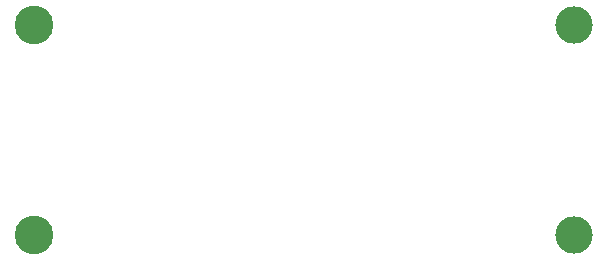
<source format=gbr>
%TF.GenerationSoftware,KiCad,Pcbnew,6.0.9*%
%TF.CreationDate,2022-11-20T22:09:47-05:00*%
%TF.ProjectId,biym-board,6269796d-2d62-46f6-9172-642e6b696361,1.2*%
%TF.SameCoordinates,Original*%
%TF.FileFunction,Soldermask,Bot*%
%TF.FilePolarity,Negative*%
%FSLAX46Y46*%
G04 Gerber Fmt 4.6, Leading zero omitted, Abs format (unit mm)*
G04 Created by KiCad (PCBNEW 6.0.9) date 2022-11-20 22:09:47*
%MOMM*%
%LPD*%
G01*
G04 APERTURE LIST*
%ADD10C,3.175000*%
%ADD11C,3.276600*%
G04 APERTURE END LIST*
D10*
%TO.C,FW1*%
X162860000Y-91110000D03*
D11*
X117140000Y-91110000D03*
D10*
X162860000Y-108890000D03*
D11*
X117140000Y-108890000D03*
%TD*%
M02*

</source>
